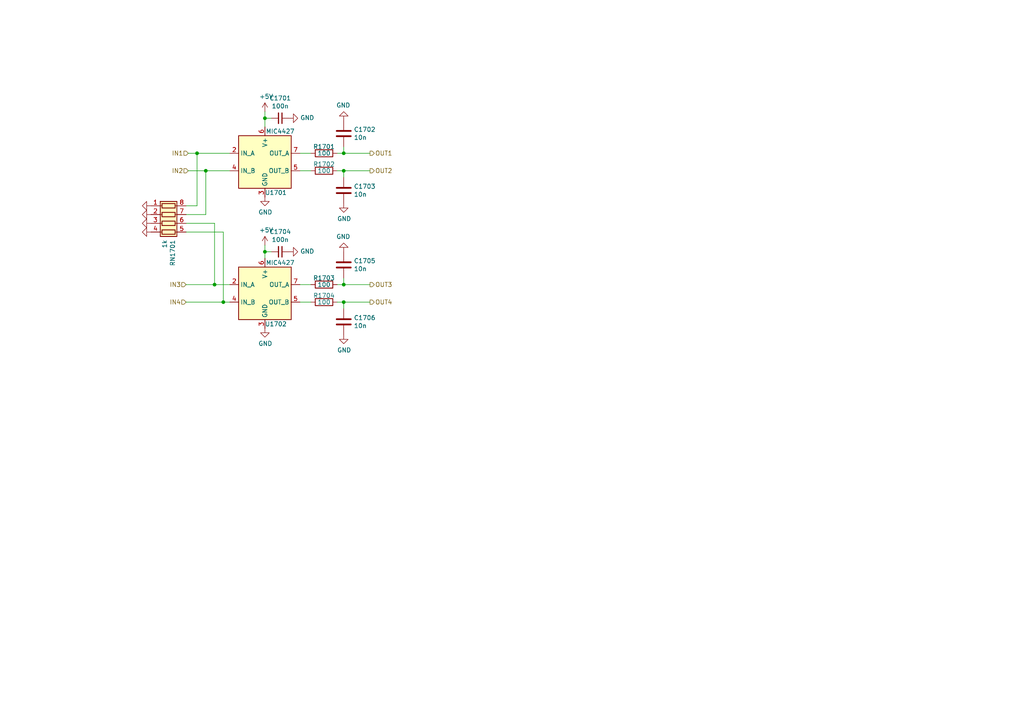
<source format=kicad_sch>
(kicad_sch (version 20211123) (generator eeschema)
  (paper "A4")
  (title_block (title "rusEfi Proteus") (date "2022-04-09") (rev "v0.7") (company "rusEFI") (comment 1 "github.com/mck1117/proteus") (comment 2 "rusefi.com/s/proteus"))
  (lib_symbols
    (symbol "Device:C" (pin_numbers hide) (pin_names (offset 0.254))
      (property "Reference" "C" (at 0.635 2.54 0))
      (property "Value" "C" (at 0.635 -2.54 0))
      (symbol "C_0_1"
        (polyline (pts (xy -2.032 -0.762) (xy 2.032 -0.762)) (stroke (width 0.508)))
        (polyline (pts (xy -2.032 0.762) (xy 2.032 0.762)) (stroke (width 0.508)))
      )
      (symbol "C_1_1"
        (pin passive line (at 0 3.81 270) (length 2.794) (name "~") (number "1"))
        (pin passive line (at 0 -3.81 90) (length 2.794) (name "~") (number "2"))
      )
    )
    (symbol "Device:C_Small" (pin_numbers hide) (pin_names (offset 0.254) hide)
      (property "Reference" "C" (at 0.254 1.778 0))
      (property "Value" "C_Small" (at 0.254 -2.032 0))
      (symbol "C_Small_0_1"
        (polyline (pts (xy -1.524 -0.508) (xy 1.524 -0.508)) (stroke (width 0.3302)))
        (polyline (pts (xy -1.524 0.508) (xy 1.524 0.508)) (stroke (width 0.3048)))
      )
      (symbol "C_Small_1_1"
        (pin passive line (at 0 2.54 270) (length 2.032) (name "~") (number "1"))
        (pin passive line (at 0 -2.54 90) (length 2.032) (name "~") (number "2"))
      )
    )
    (symbol "Device:R" (pin_numbers hide) (pin_names (offset 0))
      (property "Reference" "R" (at 2.032 0 90))
      (property "Value" "R" (at 0 0 90))
      (symbol "R_0_1"
        (rectangle (start -1.016 -2.54) (end 1.016 2.54) (stroke (width 0.254)))
      )
      (symbol "R_1_1"
        (pin passive line (at 0 3.81 270) (length 1.27) (name "~") (number "1"))
        (pin passive line (at 0 -3.81 90) (length 1.27) (name "~") (number "2"))
      )
    )
    (symbol "Device:R_Pack04" (pin_names (offset 0) hide)
      (property "Reference" "RN" (at -7.62 0 90))
      (property "Value" "R_Pack04" (at 5.08 0 90))
      (symbol "R_Pack04_0_1"
        (rectangle (start -6.35 -2.413) (end 3.81 2.413) (stroke (width 0.254)) (fill (type background)))
        (rectangle (start -5.715 1.905) (end -4.445 -1.905) (stroke (width 0.254)))
        (rectangle (start -3.175 1.905) (end -1.905 -1.905) (stroke (width 0.254)))
        (rectangle (start -0.635 1.905) (end 0.635 -1.905) (stroke (width 0.254)))
        (polyline (pts (xy -5.08 -2.54) (xy -5.08 -1.905)))
        (polyline (pts (xy -5.08 1.905) (xy -5.08 2.54)))
        (polyline (pts (xy -2.54 -2.54) (xy -2.54 -1.905)))
        (polyline (pts (xy -2.54 1.905) (xy -2.54 2.54)))
        (polyline (pts (xy 0 -2.54) (xy 0 -1.905)))
        (polyline (pts (xy 0 1.905) (xy 0 2.54)))
        (polyline (pts (xy 2.54 -2.54) (xy 2.54 -1.905)))
        (polyline (pts (xy 2.54 1.905) (xy 2.54 2.54)))
        (rectangle (start 1.905 1.905) (end 3.175 -1.905) (stroke (width 0.254)))
      )
      (symbol "R_Pack04_1_1"
        (pin passive line (at -5.08 -5.08 90) (length 2.54) (name "R1.1") (number "1"))
        (pin passive line (at -2.54 -5.08 90) (length 2.54) (name "R2.1") (number "2"))
        (pin passive line (at 0 -5.08 90) (length 2.54) (name "R3.1") (number "3"))
        (pin passive line (at 2.54 -5.08 90) (length 2.54) (name "R4.1") (number "4"))
        (pin passive line (at 2.54 5.08 270) (length 2.54) (name "R4.2") (number "5"))
        (pin passive line (at 0 5.08 270) (length 2.54) (name "R3.2") (number "6"))
        (pin passive line (at -2.54 5.08 270) (length 2.54) (name "R2.2") (number "7"))
        (pin passive line (at -5.08 5.08 270) (length 2.54) (name "R1.2") (number "8"))
      )
    )
    (symbol "Driver_FET:MIC4427"
      (property "Reference" "U" (at -7.62 8.89 0))
      (property "Value" "MIC4427" (at 1.27 8.89 0))
      (symbol "MIC4427_0_1"
        (rectangle (start -7.62 -7.62) (end 7.62 7.62) (stroke (width 0.254)) (fill (type background)))
      )
      (symbol "MIC4427_1_1"
        (pin no_connect line (at -7.62 0 0) (length 2.54) hide (name "NC") (number "1"))
        (pin input line (at -10.16 2.54 0) (length 2.54) (name "IN_A") (number "2"))
        (pin power_in line (at 0 -10.16 90) (length 2.54) (name "GND") (number "3"))
        (pin input line (at -10.16 -2.54 0) (length 2.54) (name "IN_B") (number "4"))
        (pin output line (at 10.16 -2.54 180) (length 2.54) (name "OUT_B") (number "5"))
        (pin power_in line (at 0 10.16 270) (length 2.54) (name "V+") (number "6"))
        (pin output line (at 10.16 2.54 180) (length 2.54) (name "OUT_A") (number "7"))
        (pin no_connect line (at 7.62 0 180) (length 2.54) hide (name "NC") (number "8"))
      )
    )
    (symbol "power:+5V" (power) (pin_names (offset 0))
      (property "Value" "+5V" (at 0 3.556 0))
      (symbol "+5V_0_1"
        (polyline (pts (xy -0.762 1.27) (xy 0 2.54)))
        (polyline (pts (xy 0 0) (xy 0 2.54)))
        (polyline (pts (xy 0 2.54) (xy 0.762 1.27)))
      )
      (symbol "+5V_1_1"
        (pin power_in line (at 0 0 90) (length 0) hide (name "+5V") (number "1"))
      )
    )
    (symbol "power:GND" (power) (pin_names (offset 0))
      (property "Value" "GND" (at 0 -3.81 0))
      (symbol "GND_0_1"
        (polyline (pts (xy 0 0) (xy 0 -1.27) (xy 1.27 -1.27) (xy 0 -2.54) (xy -1.27 -1.27) (xy 0 -1.27)))
      )
      (symbol "GND_1_1"
        (pin power_in line (at 0 0 270) (length 0) hide (name "GND") (number "1"))
      )
    )
  )
  (junction (at 59.69 49.53))
  (junction (at 99.695 49.53))
  (junction (at 99.695 44.45))
  (junction (at 99.695 87.63))
  (junction (at 62.23 82.55))
  (junction (at 76.835 34.29))
  (junction (at 64.77 87.63))
  (junction (at 76.835 73.025))
  (junction (at 99.695 82.55))
  (junction (at 57.15 44.45))
  (wire (pts (xy 78.74 73.025) (xy 76.835 73.025)))
  (wire (pts (xy 97.79 82.55) (xy 99.695 82.55)))
  (wire (pts (xy 99.695 82.55) (xy 107.315 82.55)))
  (wire (pts (xy 99.695 49.53) (xy 107.315 49.53)))
  (wire (pts (xy 62.23 64.77) (xy 53.975 64.77)))
  (wire (pts (xy 97.79 44.45) (xy 99.695 44.45)))
  (wire (pts (xy 97.79 87.63) (xy 99.695 87.63)))
  (wire (pts (xy 59.69 49.53) (xy 66.675 49.53)))
  (wire (pts (xy 107.315 87.63) (xy 99.695 87.63)))
  (wire (pts (xy 53.975 87.63) (xy 64.77 87.63)))
  (wire (pts (xy 90.17 87.63) (xy 86.995 87.63)))
  (wire (pts (xy 99.695 51.435) (xy 99.695 49.53)))
  (wire (pts (xy 64.77 87.63) (xy 66.675 87.63)))
  (wire (pts (xy 57.15 44.45) (xy 66.675 44.45)))
  (wire (pts (xy 64.77 67.31) (xy 64.77 87.63)))
  (wire (pts (xy 57.15 44.45) (xy 57.15 59.69)))
  (wire (pts (xy 54.61 49.53) (xy 59.69 49.53)))
  (wire (pts (xy 90.17 49.53) (xy 86.995 49.53)))
  (wire (pts (xy 59.69 49.53) (xy 59.69 62.23)))
  (wire (pts (xy 99.695 44.45) (xy 99.695 42.545)))
  (wire (pts (xy 54.61 44.45) (xy 57.15 44.45)))
  (wire (pts (xy 90.17 82.55) (xy 86.995 82.55)))
  (wire (pts (xy 62.23 82.55) (xy 66.675 82.55)))
  (wire (pts (xy 53.975 82.55) (xy 62.23 82.55)))
  (wire (pts (xy 78.74 34.29) (xy 76.835 34.29)))
  (wire (pts (xy 99.695 49.53) (xy 97.79 49.53)))
  (wire (pts (xy 53.975 59.69) (xy 57.15 59.69)))
  (wire (pts (xy 99.695 82.55) (xy 99.695 80.645)))
  (wire (pts (xy 107.315 44.45) (xy 99.695 44.45)))
  (wire (pts (xy 90.17 44.45) (xy 86.995 44.45)))
  (wire (pts (xy 53.975 62.23) (xy 59.69 62.23)))
  (wire (pts (xy 76.835 32.385) (xy 76.835 34.29)))
  (wire (pts (xy 62.23 64.77) (xy 62.23 82.55)))
  (wire (pts (xy 76.835 34.29) (xy 76.835 36.83)))
  (wire (pts (xy 76.835 73.025) (xy 76.835 74.93)))
  (wire (pts (xy 99.695 87.63) (xy 99.695 89.535)))
  (wire (pts (xy 64.77 67.31) (xy 53.975 67.31)))
  (wire (pts (xy 76.835 71.12) (xy 76.835 73.025)))
  (hierarchical_label "OUT1" (shape output) (at 107.315 44.45 0))
  (hierarchical_label "OUT4" (shape output) (at 107.315 87.63 0))
  (hierarchical_label "IN3" (shape input) (at 53.975 82.55 180))
  (hierarchical_label "OUT2" (shape output) (at 107.315 49.53 0))
  (hierarchical_label "IN4" (shape input) (at 53.975 87.63 180))
  (hierarchical_label "IN2" (shape input) (at 54.61 49.53 180))
  (hierarchical_label "OUT3" (shape output) (at 107.315 82.55 0))
  (hierarchical_label "IN1" (shape input) (at 54.61 44.45 180))
  (symbol (lib_id "Driver_FET:MIC4427") (at 76.835 46.99 0)
    (property "Reference" "U1701" (at 80.01 55.88 0))
    (property "Value" "MIC4427" (at 81.28 38.1 0))
    (property "Footprint" "Package_SO:MSOP-8_3x3mm_P0.65mm" (effects hide))
    (property "Datasheet" "http://ww1.microchip.com/downloads/en/DeviceDoc/mic4426.pdf" (effects hide))
    (property "PN" "TC4427EOA" (effects hide))
    (property "LCSC" "C20551" (effects hide))
    (property "LCSC_ext" "1" (effects hide))
    (property "possible_not_ext" "1" (effects hide))
  )
  (symbol (lib_id "Driver_FET:MIC4427") (at 76.835 85.09 0)
    (property "Reference" "U1702" (at 80.01 93.98 0))
    (property "Value" "MIC4427" (at 81.28 76.2 0))
    (property "Footprint" "Package_SO:MSOP-8_3x3mm_P0.65mm" (effects hide))
    (property "Datasheet" "http://ww1.microchip.com/downloads/en/DeviceDoc/mic4426.pdf" (effects hide))
    (property "PN" "TC4427EOA" (effects hide))
    (property "LCSC" "C20551" (effects hide))
    (property "LCSC_ext" "1" (effects hide))
    (property "possible_not_ext" "1" (effects hide))
  )
  (symbol (lib_id "Device:C_Small") (at 81.28 73.025 270)
    (property "Reference" "C1704" (at 81.28 67.2084 90))
    (property "Value" "100n" (at 81.28 69.5198 90))
    (property "Footprint" "Capacitor_SMD:C_0603_1608Metric" (effects hide))
    (property "LCSC" "C14663" (effects hide))
    (property "LCSC_ext" "0" (effects hide))
  )
  (symbol (lib_id "power:GND") (at 76.835 57.15 0)
    (property "Reference" "#PWR0177" (effects hide))
    (property "Value" "GND" (at 76.962 61.5442 0))
  )
  (symbol (lib_id "power:GND") (at 76.835 95.25 0)
    (property "Reference" "#PWR0178" (effects hide))
    (property "Value" "GND" (at 76.962 99.6442 0))
  )
  (symbol (lib_id "Device:C_Small") (at 81.28 34.29 270)
    (property "Reference" "C1701" (at 81.28 28.4734 90))
    (property "Value" "100n" (at 81.28 30.7848 90))
    (property "Footprint" "Capacitor_SMD:C_0603_1608Metric" (effects hide))
    (property "LCSC" "C14663" (effects hide))
    (property "LCSC_ext" "0" (effects hide))
  )
  (symbol (lib_id "power:+5V") (at 76.835 32.385 0)
    (property "Reference" "#PWR0179" (effects hide))
    (property "Value" "+5V" (at 77.216 27.9908 0))
  )
  (symbol (lib_id "power:+5V") (at 76.835 71.12 0)
    (property "Reference" "#PWR0180" (effects hide))
    (property "Value" "+5V" (at 77.216 66.7258 0))
  )
  (symbol (lib_id "power:GND") (at 83.82 73.025 90)
    (property "Reference" "#PWR0181" (effects hide))
    (property "Value" "GND" (at 87.0712 72.898 90) (effects (justify right)))
  )
  (symbol (lib_id "power:GND") (at 83.82 34.29 90)
    (property "Reference" "#PWR0182" (effects hide))
    (property "Value" "GND" (at 87.0712 34.163 90) (effects (justify right)))
  )
  (symbol (lib_id "Device:R") (at 93.98 44.45 270)
    (property "Reference" "R1701" (at 93.98 42.545 90))
    (property "Value" "100" (at 93.98 44.45 90))
    (property "Footprint" "Resistor_SMD:R_0805_2012Metric" (effects hide))
    (property "LCSC" "C17408" (effects hide))
    (property "LCSC_ext" "0" (effects hide))
  )
  (symbol (lib_id "Device:R") (at 93.98 49.53 270)
    (property "Reference" "R1702" (at 93.98 47.625 90))
    (property "Value" "100" (at 93.98 49.53 90))
    (property "Footprint" "Resistor_SMD:R_0805_2012Metric" (effects hide))
    (property "LCSC" "C17408" (effects hide))
    (property "LCSC_ext" "0" (effects hide))
  )
  (symbol (lib_id "Device:R") (at 93.98 82.55 270)
    (property "Reference" "R1703" (at 93.98 80.645 90))
    (property "Value" "100" (at 93.98 82.55 90))
    (property "Footprint" "Resistor_SMD:R_0805_2012Metric" (effects hide))
    (property "LCSC" "C17408" (effects hide))
    (property "LCSC_ext" "0" (effects hide))
  )
  (symbol (lib_id "Device:R") (at 93.98 87.63 270)
    (property "Reference" "R1704" (at 93.98 85.725 90))
    (property "Value" "100" (at 93.98 87.63 90))
    (property "Footprint" "Resistor_SMD:R_0805_2012Metric" (effects hide))
    (property "LCSC" "C17408" (effects hide))
    (property "LCSC_ext" "0" (effects hide))
  )
  (symbol (lib_id "Device:C") (at 99.695 55.245 0)
    (property "Reference" "C1703" (at 102.616 54.0766 0) (effects (justify left)))
    (property "Value" "10n" (at 102.616 56.388 0) (effects (justify left)))
    (property "Footprint" "Capacitor_SMD:C_0603_1608Metric" (effects hide))
    (property "LCSC" "C57112" (effects hide))
    (property "LCSC_ext" "0" (effects hide))
  )
  (symbol (lib_id "power:GND") (at 99.695 59.055 0)
    (property "Reference" "#PWR0183" (effects hide))
    (property "Value" "GND" (at 99.822 63.4492 0))
  )
  (symbol (lib_id "Device:C") (at 99.695 38.735 180)
    (property "Reference" "C1702" (at 102.616 37.5666 0) (effects (justify right)))
    (property "Value" "10n" (at 102.616 39.878 0) (effects (justify right)))
    (property "Footprint" "Capacitor_SMD:C_0603_1608Metric" (effects hide))
    (property "LCSC" "C57112" (effects hide))
    (property "LCSC_ext" "0" (effects hide))
  )
  (symbol (lib_id "power:GND") (at 99.695 34.925 180)
    (property "Reference" "#PWR0184" (effects hide))
    (property "Value" "GND" (at 99.568 30.5308 0))
  )
  (symbol (lib_id "Device:C") (at 99.695 76.835 180)
    (property "Reference" "C1705" (at 102.616 75.6666 0) (effects (justify right)))
    (property "Value" "10n" (at 102.616 77.978 0) (effects (justify right)))
    (property "Footprint" "Capacitor_SMD:C_0603_1608Metric" (effects hide))
    (property "LCSC" "C57112" (effects hide))
    (property "LCSC_ext" "0" (effects hide))
  )
  (symbol (lib_id "power:GND") (at 99.695 73.025 180)
    (property "Reference" "#PWR0185" (effects hide))
    (property "Value" "GND" (at 99.568 68.6308 0))
  )
  (symbol (lib_id "Device:C") (at 99.695 93.345 0)
    (property "Reference" "C1706" (at 102.616 92.1766 0) (effects (justify left)))
    (property "Value" "10n" (at 102.616 94.488 0) (effects (justify left)))
    (property "Footprint" "Capacitor_SMD:C_0603_1608Metric" (effects hide))
    (property "LCSC" "C57112" (effects hide))
    (property "LCSC_ext" "0" (effects hide))
  )
  (symbol (lib_id "power:GND") (at 99.695 97.155 0)
    (property "Reference" "#PWR0186" (effects hide))
    (property "Value" "GND" (at 99.822 101.5492 0))
  )
  (symbol (lib_id "Device:R_Pack04") (at 48.895 64.77 270)
    (property "Reference" "RN1701" (at 50.0634 69.5452 0) (effects (justify left)))
    (property "Value" "1k" (at 47.752 69.5452 0) (effects (justify left)))
    (property "Footprint" "Resistor_SMD:R_Array_Convex_4x0603" (effects hide))
    (property "LCSC" "C20197" (effects hide))
    (property "LCSC_ext" "0" (effects hide))
  )
  (symbol (lib_id "power:GND") (at 43.815 67.31 270)
    (property "Reference" "#PWR0201" (effects hide))
    (property "Value" "GND" (effects hide))
  )
  (symbol (lib_id "power:GND") (at 43.815 64.77 270)
    (property "Reference" "#PWR0202" (effects hide))
    (property "Value" "GND" (effects hide))
  )
  (symbol (lib_id "power:GND") (at 43.815 62.23 270)
    (property "Reference" "#PWR0203" (effects hide))
    (property "Value" "GND" (effects hide))
  )
  (symbol (lib_id "power:GND") (at 43.815 59.69 270)
    (property "Reference" "#PWR0204" (effects hide))
    (property "Value" "GND" (effects hide))
  )
)
</source>
